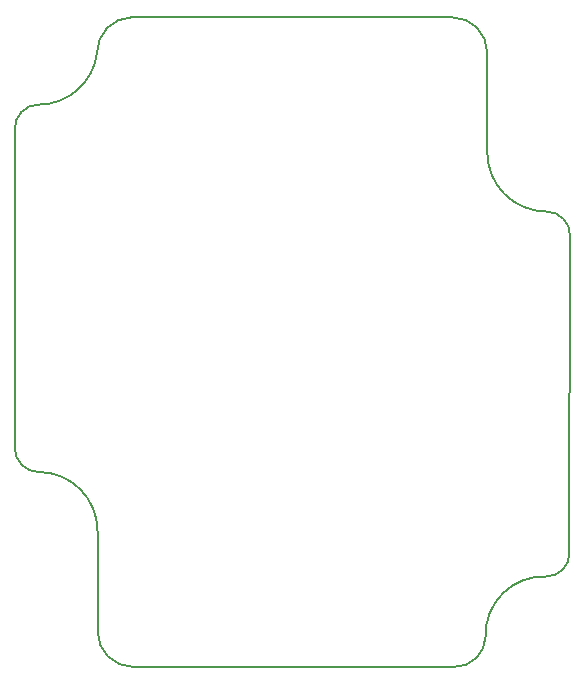
<source format=gbr>
G04 #@! TF.GenerationSoftware,KiCad,Pcbnew,(6.0.5)*
G04 #@! TF.CreationDate,2022-06-03T12:50:18+02:00*
G04 #@! TF.ProjectId,PDH_photodiode,5044485f-7068-46f7-946f-64696f64652e,1.3*
G04 #@! TF.SameCoordinates,Original*
G04 #@! TF.FileFunction,Profile,NP*
%FSLAX45Y45*%
G04 Gerber Fmt 4.5, Leading zero omitted, Abs format (unit mm)*
G04 Created by KiCad (PCBNEW (6.0.5)) date 2022-06-03 12:50:18*
%MOMM*%
%LPD*%
G01*
G04 APERTURE LIST*
G04 #@! TA.AperFunction,Profile*
%ADD10C,0.150000*%
G04 #@! TD*
G04 APERTURE END LIST*
D10*
X11475000Y-8175000D02*
X11475000Y-9025000D01*
X11475000Y-8175000D02*
G75*
G03*
X10975000Y-7675000I-500000J0D01*
G01*
X11475000Y-9025000D02*
G75*
G03*
X11775000Y-9325000I300000J0D01*
G01*
X10975000Y-4565000D02*
G75*
G03*
X10775000Y-4775000I-250J-200000D01*
G01*
X14775000Y-4125000D02*
X14775000Y-4970000D01*
X10775000Y-7475000D02*
X10775000Y-4775000D01*
X11765000Y-3825000D02*
X14475000Y-3825000D01*
X10775000Y-7475000D02*
G75*
G03*
X10975000Y-7675000I200000J0D01*
G01*
X14500000Y-9325000D02*
X11775000Y-9325000D01*
X11765000Y-3825003D02*
G75*
G03*
X11470486Y-4129993I6290J-300767D01*
G01*
X15475000Y-5680000D02*
G75*
G03*
X15275000Y-5469750I-200000J10000D01*
G01*
X14775000Y-4125000D02*
G75*
G03*
X14475000Y-3825000I-300000J0D01*
G01*
X14775000Y-4970000D02*
G75*
G03*
X15275000Y-5469750I499750J0D01*
G01*
X15280036Y-8559995D02*
G75*
G03*
X14759808Y-9074989I-24996J-495005D01*
G01*
X15280036Y-8559996D02*
G75*
G03*
X15470100Y-8365001I-4996J194996D01*
G01*
X14500000Y-9325000D02*
G75*
G03*
X14759808Y-9074989I0J260000D01*
G01*
X15475000Y-5680000D02*
X15470100Y-8365001D01*
X10975000Y-4565001D02*
G75*
G03*
X11470486Y-4129993I0J499691D01*
G01*
M02*

</source>
